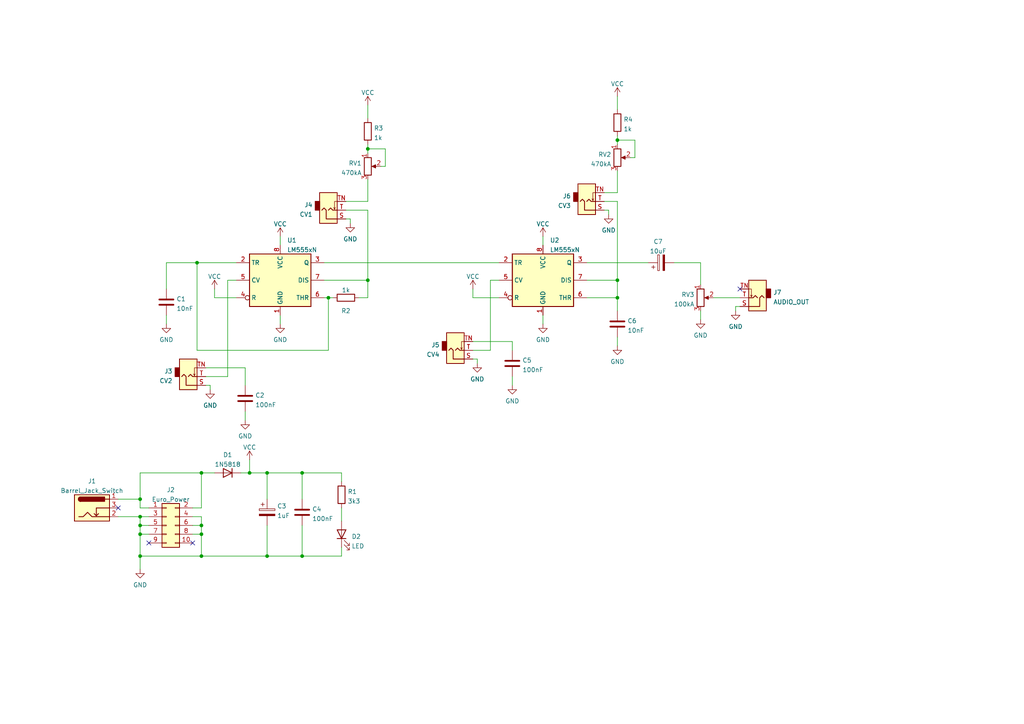
<source format=kicad_sch>
(kicad_sch (version 20211123) (generator eeschema)
  (paper "A4")
  (title_block (title "Atari Punk Console") (date "2022-04-11") (rev "r01"))
  (lib_symbols
    (symbol "Connector:AudioJack2_SwitchT"
      (property "Reference" "J" (at 0 8.89 0))
      (property "Value" "AudioJack2_SwitchT" (at 0 6.35 0))
      (symbol "AudioJack2_SwitchT_0_1"
        (rectangle (start -2.54 0) (end -3.81 -2.54) (stroke (width 0.254)) (fill (type outline)))
        (polyline (pts (xy 1.778 -0.254) (xy 2.032 -0.762)))
        (polyline (pts (xy 0 0) (xy 0.635 -0.635) (xy 1.27 0) (xy 2.54 0)) (stroke (width 0.254)))
        (polyline (pts (xy 2.54 -2.54) (xy 1.778 -2.54) (xy 1.778 -0.254) (xy 1.524 -0.762)))
        (polyline (pts (xy 2.54 2.54) (xy -0.635 2.54) (xy -0.635 0) (xy -1.27 -0.635) (xy -1.905 0)) (stroke (width 0.254)))
        (rectangle (start 2.54 3.81) (end -2.54 -5.08) (stroke (width 0.254)) (fill (type background)))
      )
      (symbol "AudioJack2_SwitchT_1_1"
        (pin passive line (at 5.08 2.54 180) (length 2.54) (name "~") (number "S"))
        (pin passive line (at 5.08 0 180) (length 2.54) (name "~") (number "T"))
        (pin passive line (at 5.08 -2.54 180) (length 2.54) (name "~") (number "TN"))
      )
    )
    (symbol "Connector:Barrel_Jack_Switch" (pin_names hide)
      (property "Reference" "J" (at 0 5.334 0))
      (property "Value" "Barrel_Jack_Switch" (at 0 -5.08 0))
      (symbol "Barrel_Jack_Switch_0_1"
        (rectangle (start -5.08 3.81) (end 5.08 -3.81) (stroke (width 0.254)) (fill (type background)))
        (arc (start -3.302 3.175) (mid -3.937 2.54) (end -3.302 1.905) (stroke (width 0.254)))
        (arc (start -3.302 3.175) (mid -3.937 2.54) (end -3.302 1.905) (stroke (width 0.254)) (fill (type outline)))
        (polyline (pts (xy 1.27 -2.286) (xy 1.905 -1.651)) (stroke (width 0.254)))
        (polyline (pts (xy 5.08 2.54) (xy 3.81 2.54)) (stroke (width 0.254)))
        (polyline (pts (xy 5.08 0) (xy 1.27 0) (xy 1.27 -2.286) (xy 0.635 -1.651)) (stroke (width 0.254)))
        (polyline (pts (xy -3.81 -2.54) (xy -2.54 -2.54) (xy -1.27 -1.27) (xy 0 -2.54) (xy 2.54 -2.54) (xy 5.08 -2.54)) (stroke (width 0.254)))
        (rectangle (start 3.683 3.175) (end -3.302 1.905) (stroke (width 0.254)) (fill (type outline)))
      )
      (symbol "Barrel_Jack_Switch_1_1"
        (pin passive line (at 7.62 2.54 180) (length 2.54) (name "~") (number "1"))
        (pin passive line (at 7.62 -2.54 180) (length 2.54) (name "~") (number "2"))
        (pin passive line (at 7.62 0 180) (length 2.54) (name "~") (number "3"))
      )
    )
    (symbol "Connector_Generic:Conn_02x05_Odd_Even" (pin_names (offset 1.016) hide)
      (property "Reference" "J" (at 1.27 7.62 0))
      (property "Value" "Conn_02x05_Odd_Even" (at 1.27 -7.62 0))
      (symbol "Conn_02x05_Odd_Even_1_1"
        (rectangle (start -1.27 -4.953) (end 0 -5.207) (stroke (width 0.1524)))
        (rectangle (start -1.27 -2.413) (end 0 -2.667) (stroke (width 0.1524)))
        (rectangle (start -1.27 0.127) (end 0 -0.127) (stroke (width 0.1524)))
        (rectangle (start -1.27 2.667) (end 0 2.413) (stroke (width 0.1524)))
        (rectangle (start -1.27 5.207) (end 0 4.953) (stroke (width 0.1524)))
        (rectangle (start -1.27 6.35) (end 3.81 -6.35) (stroke (width 0.254)) (fill (type background)))
        (rectangle (start 3.81 -4.953) (end 2.54 -5.207) (stroke (width 0.1524)))
        (rectangle (start 3.81 -2.413) (end 2.54 -2.667) (stroke (width 0.1524)))
        (rectangle (start 3.81 0.127) (end 2.54 -0.127) (stroke (width 0.1524)))
        (rectangle (start 3.81 2.667) (end 2.54 2.413) (stroke (width 0.1524)))
        (rectangle (start 3.81 5.207) (end 2.54 4.953) (stroke (width 0.1524)))
        (pin passive line (at -5.08 5.08 0) (length 3.81) (name "Pin_1") (number "1"))
        (pin passive line (at 7.62 -5.08 180) (length 3.81) (name "Pin_10") (number "10"))
        (pin passive line (at 7.62 5.08 180) (length 3.81) (name "Pin_2") (number "2"))
        (pin passive line (at -5.08 2.54 0) (length 3.81) (name "Pin_3") (number "3"))
        (pin passive line (at 7.62 2.54 180) (length 3.81) (name "Pin_4") (number "4"))
        (pin passive line (at -5.08 0 0) (length 3.81) (name "Pin_5") (number "5"))
        (pin passive line (at 7.62 0 180) (length 3.81) (name "Pin_6") (number "6"))
        (pin passive line (at -5.08 -2.54 0) (length 3.81) (name "Pin_7") (number "7"))
        (pin passive line (at 7.62 -2.54 180) (length 3.81) (name "Pin_8") (number "8"))
        (pin passive line (at -5.08 -5.08 0) (length 3.81) (name "Pin_9") (number "9"))
      )
    )
    (symbol "Device:C" (pin_numbers hide) (pin_names (offset 0.254))
      (property "Reference" "C" (at 0.635 2.54 0))
      (property "Value" "C" (at 0.635 -2.54 0))
      (symbol "C_0_1"
        (polyline (pts (xy -2.032 -0.762) (xy 2.032 -0.762)) (stroke (width 0.508)))
        (polyline (pts (xy -2.032 0.762) (xy 2.032 0.762)) (stroke (width 0.508)))
      )
      (symbol "C_1_1"
        (pin passive line (at 0 3.81 270) (length 2.794) (name "~") (number "1"))
        (pin passive line (at 0 -3.81 90) (length 2.794) (name "~") (number "2"))
      )
    )
    (symbol "Device:C_Polarized" (pin_numbers hide) (pin_names (offset 0.254))
      (property "Reference" "C" (at 0.635 2.54 0))
      (property "Value" "C_Polarized" (at 0.635 -2.54 0))
      (symbol "C_Polarized_0_1"
        (rectangle (start -2.286 0.508) (end 2.286 1.016))
        (polyline (pts (xy -1.778 2.286) (xy -0.762 2.286)))
        (polyline (pts (xy -1.27 2.794) (xy -1.27 1.778)))
        (rectangle (start 2.286 -0.508) (end -2.286 -1.016) (fill (type outline)))
      )
      (symbol "C_Polarized_1_1"
        (pin passive line (at 0 3.81 270) (length 2.794) (name "~") (number "1"))
        (pin passive line (at 0 -3.81 90) (length 2.794) (name "~") (number "2"))
      )
    )
    (symbol "Device:D" (pin_numbers hide) (pin_names (offset 1.016) hide)
      (property "Reference" "D" (at 0 2.54 0))
      (property "Value" "D" (at 0 -2.54 0))
      (symbol "D_0_1"
        (polyline (pts (xy -1.27 1.27) (xy -1.27 -1.27)) (stroke (width 0.254)))
        (polyline (pts (xy 1.27 0) (xy -1.27 0)))
        (polyline (pts (xy 1.27 1.27) (xy 1.27 -1.27) (xy -1.27 0) (xy 1.27 1.27)) (stroke (width 0.254)))
      )
      (symbol "D_1_1"
        (pin passive line (at -3.81 0 0) (length 2.54) (name "K") (number "1"))
        (pin passive line (at 3.81 0 180) (length 2.54) (name "A") (number "2"))
      )
    )
    (symbol "Device:LED" (pin_numbers hide) (pin_names (offset 1.016) hide)
      (property "Reference" "D" (at 0 2.54 0))
      (property "Value" "LED" (at 0 -2.54 0))
      (symbol "LED_0_1"
        (polyline (pts (xy -1.27 -1.27) (xy -1.27 1.27)) (stroke (width 0.254)))
        (polyline (pts (xy -1.27 0) (xy 1.27 0)))
        (polyline (pts (xy 1.27 -1.27) (xy 1.27 1.27) (xy -1.27 0) (xy 1.27 -1.27)) (stroke (width 0.254)))
        (polyline (pts (xy -3.048 -0.762) (xy -4.572 -2.286) (xy -3.81 -2.286) (xy -4.572 -2.286) (xy -4.572 -1.524)))
        (polyline (pts (xy -1.778 -0.762) (xy -3.302 -2.286) (xy -2.54 -2.286) (xy -3.302 -2.286) (xy -3.302 -1.524)))
      )
      (symbol "LED_1_1"
        (pin passive line (at -3.81 0 0) (length 2.54) (name "K") (number "1"))
        (pin passive line (at 3.81 0 180) (length 2.54) (name "A") (number "2"))
      )
    )
    (symbol "Device:R" (pin_numbers hide) (pin_names (offset 0))
      (property "Reference" "R" (at 2.032 0 90))
      (property "Value" "R" (at 0 0 90))
      (symbol "R_0_1"
        (rectangle (start -1.016 -2.54) (end 1.016 2.54) (stroke (width 0.254)))
      )
      (symbol "R_1_1"
        (pin passive line (at 0 3.81 270) (length 1.27) (name "~") (number "1"))
        (pin passive line (at 0 -3.81 90) (length 1.27) (name "~") (number "2"))
      )
    )
    (symbol "Device:R_Potentiometer" (pin_names (offset 1.016) hide)
      (property "Reference" "RV" (at -4.445 0 90))
      (property "Value" "R_Potentiometer" (at -2.54 0 90))
      (symbol "R_Potentiometer_0_1"
        (polyline (pts (xy 2.54 0) (xy 1.524 0)))
        (polyline (pts (xy 1.143 0) (xy 2.286 0.508) (xy 2.286 -0.508) (xy 1.143 0)) (fill (type outline)))
        (rectangle (start 1.016 2.54) (end -1.016 -2.54) (stroke (width 0.254)))
      )
      (symbol "R_Potentiometer_1_1"
        (pin passive line (at 0 3.81 270) (length 1.27) (name "1") (number "1"))
        (pin passive line (at 3.81 0 180) (length 1.27) (name "2") (number "2"))
        (pin passive line (at 0 -3.81 90) (length 1.27) (name "3") (number "3"))
      )
    )
    (symbol "Timer:LM555xN"
      (property "Reference" "U" (at -10.16 8.89 0))
      (property "Value" "LM555xN" (at 2.54 8.89 0))
      (symbol "LM555xN_0_0"
        (pin power_in line (at 0 -10.16 90) (length 2.54) (name "GND") (number "1"))
        (pin power_in line (at 0 10.16 270) (length 2.54) (name "VCC") (number "8"))
      )
      (symbol "LM555xN_0_1"
        (rectangle (start -8.89 -7.62) (end 8.89 7.62) (stroke (width 0.254)) (fill (type background)))
        (rectangle (start -8.89 -7.62) (end 8.89 7.62) (stroke (width 0.254)) (fill (type background)))
      )
      (symbol "LM555xN_1_1"
        (pin input line (at -12.7 5.08 0) (length 3.81) (name "TR") (number "2"))
        (pin output line (at 12.7 5.08 180) (length 3.81) (name "Q") (number "3"))
        (pin input inverted (at -12.7 -5.08 0) (length 3.81) (name "R") (number "4"))
        (pin input line (at -12.7 0 0) (length 3.81) (name "CV") (number "5"))
        (pin input line (at 12.7 -5.08 180) (length 3.81) (name "THR") (number "6"))
        (pin input line (at 12.7 0 180) (length 3.81) (name "DIS") (number "7"))
      )
    )
    (symbol "power:GND" (power) (pin_names (offset 0))
      (property "Value" "GND" (at 0 -3.81 0))
      (symbol "GND_0_1"
        (polyline (pts (xy 0 0) (xy 0 -1.27) (xy 1.27 -1.27) (xy 0 -2.54) (xy -1.27 -1.27) (xy 0 -1.27)))
      )
      (symbol "GND_1_1"
        (pin power_in line (at 0 0 270) (length 0) hide (name "GND") (number "1"))
      )
    )
    (symbol "power:VCC" (power) (pin_names (offset 0))
      (property "Value" "VCC" (at 0 3.81 0))
      (symbol "VCC_0_1"
        (polyline (pts (xy -0.762 1.27) (xy 0 2.54)))
        (polyline (pts (xy 0 0) (xy 0 2.54)))
        (polyline (pts (xy 0 2.54) (xy 0.762 1.27)))
      )
      (symbol "VCC_1_1"
        (pin power_in line (at 0 0 90) (length 0) hide (name "VCC") (number "1"))
      )
    )
  )
  (junction (at 40.64 152.4))
  (junction (at 77.47 137.16))
  (junction (at 40.64 161.29))
  (junction (at 87.63 161.29))
  (junction (at 106.68 43.18))
  (junction (at 87.63 137.16))
  (junction (at 106.68 81.28))
  (junction (at 77.47 161.29))
  (junction (at 72.39 137.16))
  (junction (at 179.07 86.36))
  (junction (at 95.25 86.36))
  (junction (at 40.64 149.86))
  (junction (at 40.64 154.94))
  (junction (at 179.07 81.28))
  (junction (at 58.42 137.16))
  (junction (at 58.42 161.29))
  (junction (at 58.42 152.4))
  (junction (at 179.07 40.64))
  (junction (at 40.64 144.78))
  (junction (at 57.15 76.2))
  (junction (at 58.42 154.94))
  (no_connect (at 43.18 157.48))
  (no_connect (at 55.88 157.48))
  (no_connect (at 34.29 147.32))
  (no_connect (at 214.63 83.82))
  (wire (pts (xy 72.39 137.16) (xy 77.47 137.16)))
  (wire (pts (xy 77.47 152.4) (xy 77.47 161.29)))
  (wire (pts (xy 207.01 86.36) (xy 214.63 86.36)))
  (wire (pts (xy 111.76 48.26) (xy 111.76 43.18)))
  (wire (pts (xy 170.18 86.36) (xy 179.07 86.36)))
  (wire (pts (xy 57.15 76.2) (xy 68.58 76.2)))
  (wire (pts (xy 60.96 111.76) (xy 60.96 113.03)))
  (wire (pts (xy 59.69 106.68) (xy 71.12 106.68)))
  (wire (pts (xy 55.88 147.32) (xy 58.42 147.32)))
  (wire (pts (xy 95.25 101.6) (xy 57.15 101.6)))
  (wire (pts (xy 170.18 81.28) (xy 179.07 81.28)))
  (wire (pts (xy 142.24 81.28) (xy 144.78 81.28)))
  (wire (pts (xy 40.64 161.29) (xy 58.42 161.29)))
  (wire (pts (xy 106.68 86.36) (xy 104.14 86.36)))
  (wire (pts (xy 93.98 86.36) (xy 95.25 86.36)))
  (wire (pts (xy 69.85 137.16) (xy 72.39 137.16)))
  (wire (pts (xy 66.04 81.28) (xy 68.58 81.28)))
  (wire (pts (xy 184.15 40.64) (xy 179.07 40.64)))
  (wire (pts (xy 40.64 161.29) (xy 40.64 165.1)))
  (wire (pts (xy 203.2 76.2) (xy 203.2 82.55)))
  (wire (pts (xy 40.64 149.86) (xy 40.64 152.4)))
  (wire (pts (xy 40.64 152.4) (xy 43.18 152.4)))
  (wire (pts (xy 55.88 149.86) (xy 58.42 149.86)))
  (wire (pts (xy 184.15 45.72) (xy 184.15 40.64)))
  (wire (pts (xy 34.29 144.78) (xy 40.64 144.78)))
  (wire (pts (xy 179.07 81.28) (xy 179.07 86.36)))
  (wire (pts (xy 48.26 83.82) (xy 48.26 76.2)))
  (wire (pts (xy 66.04 81.28) (xy 66.04 109.22)))
  (wire (pts (xy 40.64 152.4) (xy 40.64 154.94)))
  (wire (pts (xy 34.29 149.86) (xy 40.64 149.86)))
  (wire (pts (xy 87.63 137.16) (xy 87.63 144.78)))
  (wire (pts (xy 58.42 147.32) (xy 58.42 137.16)))
  (wire (pts (xy 81.28 68.58) (xy 81.28 71.12)))
  (wire (pts (xy 77.47 137.16) (xy 87.63 137.16)))
  (wire (pts (xy 137.16 101.6) (xy 142.24 101.6)))
  (wire (pts (xy 137.16 104.14) (xy 138.43 104.14)))
  (wire (pts (xy 179.07 40.64) (xy 179.07 41.91)))
  (wire (pts (xy 106.68 52.07) (xy 106.68 58.42)))
  (wire (pts (xy 176.53 60.96) (xy 176.53 62.23)))
  (wire (pts (xy 106.68 81.28) (xy 106.68 86.36)))
  (wire (pts (xy 138.43 104.14) (xy 138.43 105.41)))
  (wire (pts (xy 59.69 109.22) (xy 66.04 109.22)))
  (wire (pts (xy 99.06 137.16) (xy 99.06 139.7)))
  (wire (pts (xy 111.76 43.18) (xy 106.68 43.18)))
  (wire (pts (xy 48.26 91.44) (xy 48.26 93.98)))
  (wire (pts (xy 179.07 49.53) (xy 179.07 55.88)))
  (wire (pts (xy 58.42 137.16) (xy 62.23 137.16)))
  (wire (pts (xy 55.88 152.4) (xy 58.42 152.4)))
  (wire (pts (xy 213.36 88.9) (xy 213.36 90.17)))
  (wire (pts (xy 58.42 152.4) (xy 58.42 154.94)))
  (wire (pts (xy 100.33 63.5) (xy 101.6 63.5)))
  (wire (pts (xy 157.48 91.44) (xy 157.48 93.98)))
  (wire (pts (xy 40.64 154.94) (xy 43.18 154.94)))
  (wire (pts (xy 157.48 68.58) (xy 157.48 71.12)))
  (wire (pts (xy 175.26 60.96) (xy 176.53 60.96)))
  (wire (pts (xy 40.64 137.16) (xy 40.64 144.78)))
  (wire (pts (xy 175.26 58.42) (xy 179.07 58.42)))
  (wire (pts (xy 87.63 137.16) (xy 99.06 137.16)))
  (wire (pts (xy 93.98 81.28) (xy 106.68 81.28)))
  (wire (pts (xy 99.06 147.32) (xy 99.06 151.13)))
  (wire (pts (xy 77.47 137.16) (xy 77.47 144.78)))
  (wire (pts (xy 106.68 58.42) (xy 100.33 58.42)))
  (wire (pts (xy 148.59 99.06) (xy 148.59 101.6)))
  (wire (pts (xy 101.6 63.5) (xy 101.6 64.77)))
  (wire (pts (xy 58.42 161.29) (xy 77.47 161.29)))
  (wire (pts (xy 62.23 86.36) (xy 62.23 83.82)))
  (wire (pts (xy 95.25 86.36) (xy 96.52 86.36)))
  (wire (pts (xy 57.15 101.6) (xy 57.15 76.2)))
  (wire (pts (xy 72.39 137.16) (xy 72.39 133.35)))
  (wire (pts (xy 55.88 154.94) (xy 58.42 154.94)))
  (wire (pts (xy 106.68 60.96) (xy 106.68 81.28)))
  (wire (pts (xy 40.64 154.94) (xy 40.64 161.29)))
  (wire (pts (xy 68.58 86.36) (xy 62.23 86.36)))
  (wire (pts (xy 58.42 149.86) (xy 58.42 152.4)))
  (wire (pts (xy 81.28 91.44) (xy 81.28 93.98)))
  (wire (pts (xy 40.64 137.16) (xy 58.42 137.16)))
  (wire (pts (xy 179.07 86.36) (xy 179.07 90.17)))
  (wire (pts (xy 179.07 39.37) (xy 179.07 40.64)))
  (wire (pts (xy 137.16 86.36) (xy 137.16 83.82)))
  (wire (pts (xy 71.12 106.68) (xy 71.12 111.76)))
  (wire (pts (xy 214.63 88.9) (xy 213.36 88.9)))
  (wire (pts (xy 43.18 147.32) (xy 40.64 147.32)))
  (wire (pts (xy 137.16 99.06) (xy 148.59 99.06)))
  (wire (pts (xy 87.63 152.4) (xy 87.63 161.29)))
  (wire (pts (xy 71.12 119.38) (xy 71.12 121.92)))
  (wire (pts (xy 48.26 76.2) (xy 57.15 76.2)))
  (wire (pts (xy 144.78 86.36) (xy 137.16 86.36)))
  (wire (pts (xy 142.24 101.6) (xy 142.24 81.28)))
  (wire (pts (xy 106.68 41.91) (xy 106.68 43.18)))
  (wire (pts (xy 99.06 158.75) (xy 99.06 161.29)))
  (wire (pts (xy 40.64 149.86) (xy 43.18 149.86)))
  (wire (pts (xy 87.63 161.29) (xy 99.06 161.29)))
  (wire (pts (xy 179.07 55.88) (xy 175.26 55.88)))
  (wire (pts (xy 93.98 76.2) (xy 144.78 76.2)))
  (wire (pts (xy 77.47 161.29) (xy 87.63 161.29)))
  (wire (pts (xy 106.68 43.18) (xy 106.68 44.45)))
  (wire (pts (xy 170.18 76.2) (xy 187.96 76.2)))
  (wire (pts (xy 179.07 97.79) (xy 179.07 100.33)))
  (wire (pts (xy 106.68 30.48) (xy 106.68 34.29)))
  (wire (pts (xy 195.58 76.2) (xy 203.2 76.2)))
  (wire (pts (xy 110.49 48.26) (xy 111.76 48.26)))
  (wire (pts (xy 100.33 60.96) (xy 106.68 60.96)))
  (wire (pts (xy 179.07 27.94) (xy 179.07 31.75)))
  (wire (pts (xy 182.88 45.72) (xy 184.15 45.72)))
  (wire (pts (xy 58.42 154.94) (xy 58.42 161.29)))
  (wire (pts (xy 203.2 90.17) (xy 203.2 92.71)))
  (wire (pts (xy 148.59 109.22) (xy 148.59 111.76)))
  (wire (pts (xy 59.69 111.76) (xy 60.96 111.76)))
  (wire (pts (xy 95.25 86.36) (xy 95.25 101.6)))
  (wire (pts (xy 40.64 144.78) (xy 40.64 147.32)))
  (wire (pts (xy 179.07 58.42) (xy 179.07 81.28)))
  (symbol (lib_id "power:GND") (at 40.64 165.1 0) (unit 1)
    (property "Reference" "#PWR01" (effects hide))
    (property "Value" "GND" (at 40.64 169.6625 0))
  )
  (symbol (lib_id "Connector:AudioJack2_SwitchT") (at 95.25 60.96 0) (mirror x) (unit 1)
    (property "Reference" "J4" (at 90.6781 59.4165 0) (effects (justify right)))
    (property "Value" "CV1" (at 90.6781 62.1916 0) (effects (justify right)))
    (property "Footprint" "AudioJacks:Jack_3.5mm_QingPu_WQP-PJ398SM_Vertical" (effects hide))
  )
  (symbol (lib_id "power:VCC") (at 81.28 68.58 0) (unit 1)
    (property "Reference" "#PWR07" (effects hide))
    (property "Value" "VCC" (at 81.28 64.9755 0))
  )
  (symbol (lib_id "power:VCC") (at 157.48 68.58 0) (unit 1)
    (property "Reference" "#PWR014" (effects hide))
    (property "Value" "VCC" (at 157.48 64.9755 0))
  )
  (symbol (lib_id "Device:C_Polarized") (at 77.47 148.59 0) (unit 1)
    (property "Reference" "C3" (at 80.391 146.7925 0) (effects (justify left)))
    (property "Value" "1uF" (at 80.391 149.5676 0) (effects (justify left)))
    (property "Footprint" "Rumblesan_Footprints:CP_Radial_D6.3mm_P2.50mm" (effects hide))
  )
  (symbol (lib_id "power:GND") (at 179.07 100.33 0) (unit 1)
    (property "Reference" "#PWR018" (effects hide))
    (property "Value" "GND" (at 179.07 104.8925 0))
  )
  (symbol (lib_id "power:GND") (at 101.6 64.77 0) (mirror y) (unit 1)
    (property "Reference" "#PWR09" (effects hide))
    (property "Value" "GND" (at 101.6 69.3325 0))
  )
  (symbol (lib_id "Device:R") (at 106.68 38.1 0) (unit 1)
    (property "Reference" "R3" (at 108.458 37.1915 0) (effects (justify left)))
    (property "Value" "1k" (at 108.458 39.9666 0) (effects (justify left)))
    (property "Footprint" "Rumblesan_Footprints:R_Axial_DIN0207_L6.3mm_D2.5mm_P7.62mm_Horizontal" (effects hide))
  )
  (symbol (lib_id "power:GND") (at 71.12 121.92 0) (mirror y) (unit 1)
    (property "Reference" "#PWR05" (effects hide))
    (property "Value" "GND" (at 71.12 126.4825 0))
  )
  (symbol (lib_id "Device:C") (at 148.59 105.41 0) (unit 1)
    (property "Reference" "C5" (at 151.511 104.5015 0) (effects (justify left)))
    (property "Value" "100nF" (at 151.511 107.2766 0) (effects (justify left)))
    (property "Footprint" "Rumblesan_Footprints:C_Rect_L7.0mm_W3.5mm_P2.50mm_P5.00mm" (effects hide))
  )
  (symbol (lib_id "Device:R") (at 179.07 35.56 0) (unit 1)
    (property "Reference" "R4" (at 180.848 34.6515 0) (effects (justify left)))
    (property "Value" "1k" (at 180.848 37.4266 0) (effects (justify left)))
    (property "Footprint" "Rumblesan_Footprints:R_Axial_DIN0207_L6.3mm_D2.5mm_P7.62mm_Horizontal" (effects hide))
  )
  (symbol (lib_id "Timer:LM555xN") (at 81.28 81.28 0) (unit 1)
    (property "Reference" "U1" (at 83.2994 69.6935 0) (effects (justify left)))
    (property "Value" "LM555xN" (at 83.2994 72.4686 0) (effects (justify left)))
    (property "Footprint" "Package_DIP:DIP-8_W7.62mm" (effects hide))
    (property "Datasheet" "http://www.ti.com/lit/ds/symlink/lm555.pdf" (effects hide))
  )
  (symbol (lib_id "power:VCC") (at 62.23 83.82 0) (unit 1)
    (property "Reference" "#PWR04" (effects hide))
    (property "Value" "VCC" (at 62.23 80.2155 0))
  )
  (symbol (lib_id "Device:C") (at 48.26 87.63 0) (unit 1)
    (property "Reference" "C1" (at 51.181 86.7215 0) (effects (justify left)))
    (property "Value" "10nF" (at 51.181 89.4966 0) (effects (justify left)))
    (property "Footprint" "Rumblesan_Footprints:C_Rect_L7.0mm_W3.5mm_P2.50mm_P5.00mm" (effects hide))
  )
  (symbol (lib_id "power:VCC") (at 72.39 133.35 0) (unit 1)
    (property "Reference" "#PWR06" (effects hide))
    (property "Value" "VCC" (at 72.39 129.7455 0))
  )
  (symbol (lib_id "Timer:LM555xN") (at 157.48 81.28 0) (unit 1)
    (property "Reference" "U2" (at 159.4994 69.6935 0) (effects (justify left)))
    (property "Value" "LM555xN" (at 159.4994 72.4686 0) (effects (justify left)))
    (property "Footprint" "Package_DIP:DIP-8_W7.62mm" (effects hide))
    (property "Datasheet" "http://www.ti.com/lit/ds/symlink/lm555.pdf" (effects hide))
  )
  (symbol (lib_id "power:VCC") (at 179.07 27.94 0) (unit 1)
    (property "Reference" "#PWR017" (effects hide))
    (property "Value" "VCC" (at 179.07 24.3355 0))
  )
  (symbol (lib_id "power:VCC") (at 106.68 30.48 0) (unit 1)
    (property "Reference" "#PWR010" (effects hide))
    (property "Value" "VCC" (at 106.68 26.8755 0))
  )
  (symbol (lib_id "Device:R") (at 99.06 143.51 0) (unit 1)
    (property "Reference" "R1" (at 100.838 142.6015 0) (effects (justify left)))
    (property "Value" "3k3" (at 100.838 145.3766 0) (effects (justify left)))
    (property "Footprint" "Rumblesan_Footprints:R_Axial_DIN0207_L6.3mm_D2.5mm_P7.62mm_Horizontal" (effects hide))
  )
  (symbol (lib_id "Device:C") (at 87.63 148.59 0) (unit 1)
    (property "Reference" "C4" (at 90.551 147.6815 0) (effects (justify left)))
    (property "Value" "100nF" (at 90.551 150.4566 0) (effects (justify left)))
    (property "Footprint" "Rumblesan_Footprints:C_Rect_L7.0mm_W3.5mm_P2.50mm_P5.00mm" (effects hide))
  )
  (symbol (lib_id "Connector:AudioJack2_SwitchT") (at 54.61 109.22 0) (mirror x) (unit 1)
    (property "Reference" "J3" (at 50.0381 107.6765 0) (effects (justify right)))
    (property "Value" "CV2" (at 50.0381 110.4516 0) (effects (justify right)))
    (property "Footprint" "AudioJacks:Jack_3.5mm_QingPu_WQP-PJ398SM_Vertical" (effects hide))
  )
  (symbol (lib_id "Connector:Barrel_Jack_Switch") (at 26.67 147.32 0) (unit 1)
    (property "Reference" "J1" (at 26.67 139.5435 0))
    (property "Value" "Barrel_Jack_Switch" (at 26.67 142.3186 0))
    (property "Footprint" "Connector_BarrelJack:BarrelJack_CUI_PJ-102AH_Horizontal" (effects hide))
  )
  (symbol (lib_id "Device:R_Potentiometer") (at 203.2 86.36 0) (unit 1)
    (property "Reference" "RV3" (at 201.422 85.4515 0) (effects (justify right)))
    (property "Value" "100kA" (at 201.422 88.2266 0) (effects (justify right)))
    (property "Footprint" "Rumblesan_Footprints:Potentiometer_Alpha_RD901F-40-00D_Single_Vertical_CircularHoles" (effects hide))
  )
  (symbol (lib_id "Device:R") (at 100.33 86.36 90) (unit 1)
    (property "Reference" "R2" (at 100.33 90.17 90))
    (property "Value" "1k" (at 100.33 84.1526 90))
    (property "Footprint" "Rumblesan_Footprints:R_Axial_DIN0207_L6.3mm_D2.5mm_P7.62mm_Horizontal" (effects hide))
  )
  (symbol (lib_id "Device:R_Potentiometer") (at 179.07 45.72 0) (unit 1)
    (property "Reference" "RV2" (at 177.292 44.8115 0) (effects (justify right)))
    (property "Value" "470kA" (at 177.292 47.5866 0) (effects (justify right)))
    (property "Footprint" "Rumblesan_Footprints:Potentiometer_Alpha_RD901F-40-00D_Single_Vertical_CircularHoles" (effects hide))
  )
  (symbol (lib_id "power:GND") (at 138.43 105.41 0) (mirror y) (unit 1)
    (property "Reference" "#PWR012" (effects hide))
    (property "Value" "GND" (at 138.43 109.9725 0))
  )
  (symbol (lib_id "power:GND") (at 157.48 93.98 0) (unit 1)
    (property "Reference" "#PWR015" (effects hide))
    (property "Value" "GND" (at 157.48 98.5425 0))
  )
  (symbol (lib_id "power:GND") (at 213.36 90.17 0) (unit 1)
    (property "Reference" "#PWR020" (effects hide))
    (property "Value" "GND" (at 213.36 94.7325 0))
  )
  (symbol (lib_id "power:GND") (at 48.26 93.98 0) (unit 1)
    (property "Reference" "#PWR02" (effects hide))
    (property "Value" "GND" (at 48.26 98.5425 0))
  )
  (symbol (lib_id "power:GND") (at 148.59 111.76 0) (mirror y) (unit 1)
    (property "Reference" "#PWR013" (effects hide))
    (property "Value" "GND" (at 148.59 116.3225 0))
  )
  (symbol (lib_id "power:GND") (at 203.2 92.71 0) (unit 1)
    (property "Reference" "#PWR019" (effects hide))
    (property "Value" "GND" (at 203.2 97.2725 0))
  )
  (symbol (lib_id "Device:LED") (at 99.06 154.94 90) (unit 1)
    (property "Reference" "D2" (at 101.981 155.619 90) (effects (justify right)))
    (property "Value" "LED" (at 101.981 158.3941 90) (effects (justify right)))
    (property "Footprint" "LED_THT:LED_D5.0mm" (effects hide))
  )
  (symbol (lib_id "Device:C") (at 179.07 93.98 0) (unit 1)
    (property "Reference" "C6" (at 181.991 93.0715 0) (effects (justify left)))
    (property "Value" "10nF" (at 181.991 95.8466 0) (effects (justify left)))
    (property "Footprint" "Rumblesan_Footprints:C_Rect_L7.0mm_W3.5mm_P2.50mm_P5.00mm" (effects hide))
  )
  (symbol (lib_id "Connector:AudioJack2_SwitchT") (at 132.08 101.6 0) (mirror x) (unit 1)
    (property "Reference" "J5" (at 127.5081 100.0565 0) (effects (justify right)))
    (property "Value" "CV4" (at 127.5081 102.8316 0) (effects (justify right)))
    (property "Footprint" "AudioJacks:Jack_3.5mm_QingPu_WQP-PJ398SM_Vertical" (effects hide))
  )
  (symbol (lib_id "power:GND") (at 176.53 62.23 0) (mirror y) (unit 1)
    (property "Reference" "#PWR016" (effects hide))
    (property "Value" "GND" (at 176.53 66.7925 0))
  )
  (symbol (lib_id "Connector:AudioJack2_SwitchT") (at 219.71 86.36 180) (unit 1)
    (property "Reference" "J7" (at 224.282 84.8165 0) (effects (justify right)))
    (property "Value" "AUDIO_OUT" (at 224.282 87.5916 0) (effects (justify right)))
    (property "Footprint" "AudioJacks:Jack_3.5mm_QingPu_WQP-PJ398SM_Vertical" (effects hide))
  )
  (symbol (lib_id "power:GND") (at 60.96 113.03 0) (mirror y) (unit 1)
    (property "Reference" "#PWR03" (effects hide))
    (property "Value" "GND" (at 60.96 117.5925 0))
  )
  (symbol (lib_id "Connector_Generic:Conn_02x05_Odd_Even") (at 48.26 152.4 0) (unit 1)
    (property "Reference" "J2" (at 49.53 142.0835 0))
    (property "Value" "Euro_Power" (at 49.53 144.8586 0))
    (property "Footprint" "Connector_PinSocket_2.54mm:PinSocket_2x05_P2.54mm_Vertical" (effects hide))
  )
  (symbol (lib_id "power:GND") (at 81.28 93.98 0) (unit 1)
    (property "Reference" "#PWR08" (effects hide))
    (property "Value" "GND" (at 81.28 98.5425 0))
  )
  (symbol (lib_id "Connector:AudioJack2_SwitchT") (at 170.18 58.42 0) (mirror x) (unit 1)
    (property "Reference" "J6" (at 165.6081 56.8765 0) (effects (justify right)))
    (property "Value" "CV3" (at 165.6081 59.6516 0) (effects (justify right)))
    (property "Footprint" "AudioJacks:Jack_3.5mm_QingPu_WQP-PJ398SM_Vertical" (effects hide))
  )
  (symbol (lib_id "Device:R_Potentiometer") (at 106.68 48.26 0) (unit 1)
    (property "Reference" "RV1" (at 104.902 47.3515 0) (effects (justify right)))
    (property "Value" "470kA" (at 104.902 50.1266 0) (effects (justify right)))
    (property "Footprint" "Rumblesan_Footprints:Potentiometer_Alpha_RD901F-40-00D_Single_Vertical_CircularHoles" (effects hide))
  )
  (symbol (lib_id "power:VCC") (at 137.16 83.82 0) (unit 1)
    (property "Reference" "#PWR011" (effects hide))
    (property "Value" "VCC" (at 137.16 80.2155 0))
  )
  (symbol (lib_id "Device:D") (at 66.04 137.16 180) (unit 1)
    (property "Reference" "D1" (at 66.04 131.9235 0))
    (property "Value" "1N5818" (at 66.04 134.6986 0))
    (property "Footprint" "Rumblesan_Footprints:Diode_THT_P7.62mm_Horizontal" (effects hide))
  )
  (symbol (lib_id "Device:C") (at 71.12 115.57 0) (unit 1)
    (property "Reference" "C2" (at 74.041 114.6615 0) (effects (justify left)))
    (property "Value" "100nF" (at 74.041 117.4366 0) (effects (justify left)))
    (property "Footprint" "Rumblesan_Footprints:C_Rect_L7.0mm_W3.5mm_P2.50mm_P5.00mm" (effects hide))
  )
  (symbol (lib_id "Device:C_Polarized") (at 191.77 76.2 90) (unit 1)
    (property "Reference" "C7" (at 190.881 70.0745 90))
    (property "Value" "10uF" (at 190.881 72.8496 90))
    (property "Footprint" "Rumblesan_Footprints:CP_Radial_D6.3mm_P2.50mm" (effects hide))
  )
)
</source>
